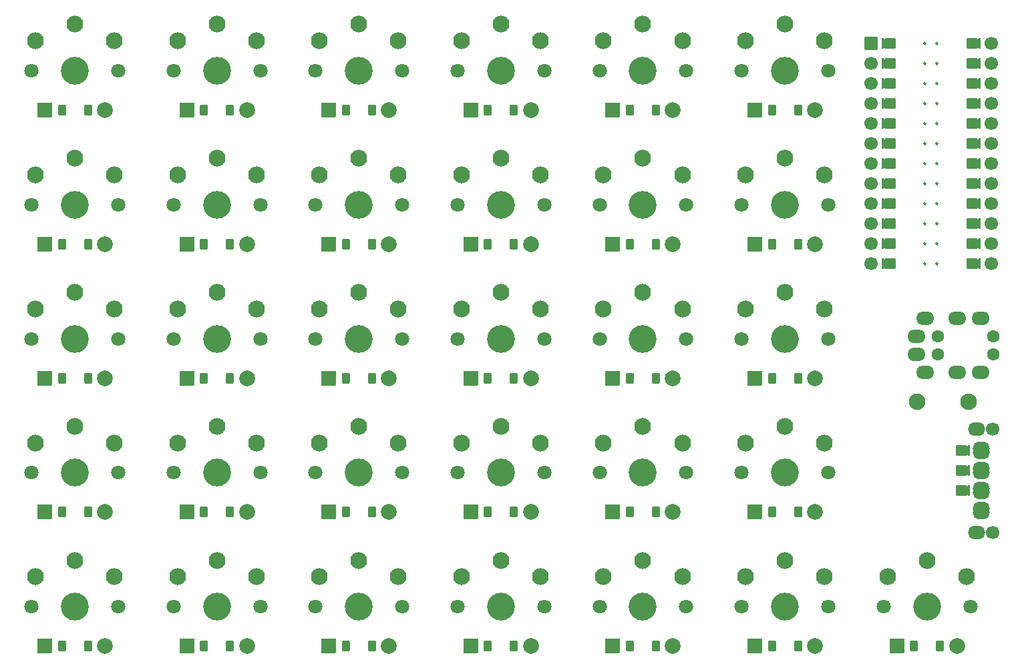
<source format=gbr>
%TF.GenerationSoftware,KiCad,Pcbnew,6.0.11-2627ca5db0~126~ubuntu22.04.1*%
%TF.CreationDate,2023-06-28T22:42:21-07:00*%
%TF.ProjectId,swirl,73776972-6c2e-46b6-9963-61645f706362,v1.0.0*%
%TF.SameCoordinates,Original*%
%TF.FileFunction,Soldermask,Top*%
%TF.FilePolarity,Negative*%
%FSLAX46Y46*%
G04 Gerber Fmt 4.6, Leading zero omitted, Abs format (unit mm)*
G04 Created by KiCad (PCBNEW 6.0.11-2627ca5db0~126~ubuntu22.04.1) date 2023-06-28 22:42:21*
%MOMM*%
%LPD*%
G01*
G04 APERTURE LIST*
G04 Aperture macros list*
%AMRoundRect*
0 Rectangle with rounded corners*
0 $1 Rounding radius*
0 $2 $3 $4 $5 $6 $7 $8 $9 X,Y pos of 4 corners*
0 Add a 4 corners polygon primitive as box body*
4,1,4,$2,$3,$4,$5,$6,$7,$8,$9,$2,$3,0*
0 Add four circle primitives for the rounded corners*
1,1,$1+$1,$2,$3*
1,1,$1+$1,$4,$5*
1,1,$1+$1,$6,$7*
1,1,$1+$1,$8,$9*
0 Add four rect primitives between the rounded corners*
20,1,$1+$1,$2,$3,$4,$5,0*
20,1,$1+$1,$4,$5,$6,$7,0*
20,1,$1+$1,$6,$7,$8,$9,0*
20,1,$1+$1,$8,$9,$2,$3,0*%
%AMFreePoly0*
4,1,14,0.635355,0.435355,0.650000,0.400000,0.650000,0.200000,0.635355,0.164645,0.035355,-0.435355,0.000000,-0.450000,-0.035355,-0.435355,-0.635355,0.164645,-0.650000,0.200000,-0.650000,0.400000,-0.635355,0.435355,-0.600000,0.450000,0.600000,0.450000,0.635355,0.435355,0.635355,0.435355,$1*%
%AMFreePoly1*
4,1,16,0.635355,1.035355,0.650000,1.000000,0.650000,-0.250000,0.635355,-0.285355,0.600000,-0.300000,-0.600000,-0.300000,-0.635355,-0.285355,-0.650000,-0.250000,-0.650000,1.000000,-0.635355,1.035355,-0.600000,1.050000,-0.564645,1.035355,0.000000,0.470710,0.564645,1.035355,0.600000,1.050000,0.635355,1.035355,0.635355,1.035355,$1*%
G04 Aperture macros list end*
%ADD10C,0.100000*%
%ADD11C,0.250000*%
%ADD12C,2.100000*%
%ADD13C,1.801800*%
%ADD14C,3.529000*%
%ADD15C,2.132000*%
%ADD16RoundRect,0.050000X-0.889000X-0.889000X0.889000X-0.889000X0.889000X0.889000X-0.889000X0.889000X0*%
%ADD17RoundRect,0.050000X-0.450000X-0.600000X0.450000X-0.600000X0.450000X0.600000X-0.450000X0.600000X0*%
%ADD18C,2.005000*%
%ADD19FreePoly0,270.000000*%
%ADD20O,2.200000X1.700000*%
%ADD21FreePoly1,270.000000*%
%ADD22C,1.700000*%
%ADD23C,1.600000*%
%ADD24O,2.300000X1.700000*%
%ADD25FreePoly0,90.000000*%
%ADD26RoundRect,0.050000X-0.800000X0.800000X-0.800000X-0.800000X0.800000X-0.800000X0.800000X0.800000X0*%
%ADD27FreePoly1,90.000000*%
G04 APERTURE END LIST*
%TO.C,EN1*%
G36*
X113254000Y14222000D02*
G01*
X112238000Y14222000D01*
X112238000Y15238000D01*
X113254000Y15238000D01*
X113254000Y14222000D01*
G37*
D10*
X113254000Y14222000D02*
X112238000Y14222000D01*
X112238000Y15238000D01*
X113254000Y15238000D01*
X113254000Y14222000D01*
G36*
X113254000Y16762000D02*
G01*
X112238000Y16762000D01*
X112238000Y17778000D01*
X113254000Y17778000D01*
X113254000Y16762000D01*
G37*
X113254000Y16762000D02*
X112238000Y16762000D01*
X112238000Y17778000D01*
X113254000Y17778000D01*
X113254000Y16762000D01*
G36*
X113254000Y19302000D02*
G01*
X112238000Y19302000D01*
X112238000Y20318000D01*
X113254000Y20318000D01*
X113254000Y19302000D01*
G37*
X113254000Y19302000D02*
X112238000Y19302000D01*
X112238000Y20318000D01*
X113254000Y20318000D01*
X113254000Y19302000D01*
D11*
%TO.C,MCU1*%
X107863000Y66390000D02*
G75*
G03*
X107863000Y66390000I-125000J0D01*
G01*
X109387000Y46070000D02*
G75*
G03*
X109387000Y46070000I-125000J0D01*
G01*
X109387000Y58770000D02*
G75*
G03*
X109387000Y58770000I-125000J0D01*
G01*
X109387000Y48610000D02*
G75*
G03*
X109387000Y48610000I-125000J0D01*
G01*
X107863000Y58770000D02*
G75*
G03*
X107863000Y58770000I-125000J0D01*
G01*
X107863000Y68930000D02*
G75*
G03*
X107863000Y68930000I-125000J0D01*
G01*
X107863000Y56230000D02*
G75*
G03*
X107863000Y56230000I-125000J0D01*
G01*
X107863000Y51150000D02*
G75*
G03*
X107863000Y51150000I-125000J0D01*
G01*
X107863000Y48610000D02*
G75*
G03*
X107863000Y48610000I-125000J0D01*
G01*
X109387000Y56230000D02*
G75*
G03*
X109387000Y56230000I-125000J0D01*
G01*
X109387000Y68930000D02*
G75*
G03*
X109387000Y68930000I-125000J0D01*
G01*
X109387000Y61310000D02*
G75*
G03*
X109387000Y61310000I-125000J0D01*
G01*
X109387000Y71470000D02*
G75*
G03*
X109387000Y71470000I-125000J0D01*
G01*
X109387000Y66390000D02*
G75*
G03*
X109387000Y66390000I-125000J0D01*
G01*
X109387000Y51150000D02*
G75*
G03*
X109387000Y51150000I-125000J0D01*
G01*
X107863000Y43530000D02*
G75*
G03*
X107863000Y43530000I-125000J0D01*
G01*
X107863000Y46070000D02*
G75*
G03*
X107863000Y46070000I-125000J0D01*
G01*
X107863000Y53690000D02*
G75*
G03*
X107863000Y53690000I-125000J0D01*
G01*
X109387000Y63850000D02*
G75*
G03*
X109387000Y63850000I-125000J0D01*
G01*
X107863000Y71470000D02*
G75*
G03*
X107863000Y71470000I-125000J0D01*
G01*
X107863000Y63850000D02*
G75*
G03*
X107863000Y63850000I-125000J0D01*
G01*
X109387000Y53690000D02*
G75*
G03*
X109387000Y53690000I-125000J0D01*
G01*
X107863000Y61310000D02*
G75*
G03*
X107863000Y61310000I-125000J0D01*
G01*
X109387000Y43530000D02*
G75*
G03*
X109387000Y43530000I-125000J0D01*
G01*
G36*
X114596000Y70962000D02*
G01*
X113580000Y70962000D01*
X113580000Y71978000D01*
X114596000Y71978000D01*
X114596000Y70962000D01*
G37*
D10*
X114596000Y70962000D02*
X113580000Y70962000D01*
X113580000Y71978000D01*
X114596000Y71978000D01*
X114596000Y70962000D01*
G36*
X103420000Y63342000D02*
G01*
X102404000Y63342000D01*
X102404000Y64358000D01*
X103420000Y64358000D01*
X103420000Y63342000D01*
G37*
X103420000Y63342000D02*
X102404000Y63342000D01*
X102404000Y64358000D01*
X103420000Y64358000D01*
X103420000Y63342000D01*
G36*
X114596000Y50642000D02*
G01*
X113580000Y50642000D01*
X113580000Y51658000D01*
X114596000Y51658000D01*
X114596000Y50642000D01*
G37*
X114596000Y50642000D02*
X113580000Y50642000D01*
X113580000Y51658000D01*
X114596000Y51658000D01*
X114596000Y50642000D01*
G36*
X114596000Y68422000D02*
G01*
X113580000Y68422000D01*
X113580000Y69438000D01*
X114596000Y69438000D01*
X114596000Y68422000D01*
G37*
X114596000Y68422000D02*
X113580000Y68422000D01*
X113580000Y69438000D01*
X114596000Y69438000D01*
X114596000Y68422000D01*
G36*
X114596000Y48102000D02*
G01*
X113580000Y48102000D01*
X113580000Y49118000D01*
X114596000Y49118000D01*
X114596000Y48102000D01*
G37*
X114596000Y48102000D02*
X113580000Y48102000D01*
X113580000Y49118000D01*
X114596000Y49118000D01*
X114596000Y48102000D01*
G36*
X114596000Y45562000D02*
G01*
X113580000Y45562000D01*
X113580000Y46578000D01*
X114596000Y46578000D01*
X114596000Y45562000D01*
G37*
X114596000Y45562000D02*
X113580000Y45562000D01*
X113580000Y46578000D01*
X114596000Y46578000D01*
X114596000Y45562000D01*
G36*
X103420000Y43022000D02*
G01*
X102404000Y43022000D01*
X102404000Y44038000D01*
X103420000Y44038000D01*
X103420000Y43022000D01*
G37*
X103420000Y43022000D02*
X102404000Y43022000D01*
X102404000Y44038000D01*
X103420000Y44038000D01*
X103420000Y43022000D01*
G36*
X103420000Y60802000D02*
G01*
X102404000Y60802000D01*
X102404000Y61818000D01*
X103420000Y61818000D01*
X103420000Y60802000D01*
G37*
X103420000Y60802000D02*
X102404000Y60802000D01*
X102404000Y61818000D01*
X103420000Y61818000D01*
X103420000Y60802000D01*
G36*
X103420000Y45562000D02*
G01*
X102404000Y45562000D01*
X102404000Y46578000D01*
X103420000Y46578000D01*
X103420000Y45562000D01*
G37*
X103420000Y45562000D02*
X102404000Y45562000D01*
X102404000Y46578000D01*
X103420000Y46578000D01*
X103420000Y45562000D01*
G36*
X103420000Y70962000D02*
G01*
X102404000Y70962000D01*
X102404000Y71978000D01*
X103420000Y71978000D01*
X103420000Y70962000D01*
G37*
X103420000Y70962000D02*
X102404000Y70962000D01*
X102404000Y71978000D01*
X103420000Y71978000D01*
X103420000Y70962000D01*
G36*
X114596000Y55722000D02*
G01*
X113580000Y55722000D01*
X113580000Y56738000D01*
X114596000Y56738000D01*
X114596000Y55722000D01*
G37*
X114596000Y55722000D02*
X113580000Y55722000D01*
X113580000Y56738000D01*
X114596000Y56738000D01*
X114596000Y55722000D01*
G36*
X103420000Y48102000D02*
G01*
X102404000Y48102000D01*
X102404000Y49118000D01*
X103420000Y49118000D01*
X103420000Y48102000D01*
G37*
X103420000Y48102000D02*
X102404000Y48102000D01*
X102404000Y49118000D01*
X103420000Y49118000D01*
X103420000Y48102000D01*
G36*
X103420000Y55722000D02*
G01*
X102404000Y55722000D01*
X102404000Y56738000D01*
X103420000Y56738000D01*
X103420000Y55722000D01*
G37*
X103420000Y55722000D02*
X102404000Y55722000D01*
X102404000Y56738000D01*
X103420000Y56738000D01*
X103420000Y55722000D01*
G36*
X114596000Y53182000D02*
G01*
X113580000Y53182000D01*
X113580000Y54198000D01*
X114596000Y54198000D01*
X114596000Y53182000D01*
G37*
X114596000Y53182000D02*
X113580000Y53182000D01*
X113580000Y54198000D01*
X114596000Y54198000D01*
X114596000Y53182000D01*
G36*
X103420000Y50642000D02*
G01*
X102404000Y50642000D01*
X102404000Y51658000D01*
X103420000Y51658000D01*
X103420000Y50642000D01*
G37*
X103420000Y50642000D02*
X102404000Y50642000D01*
X102404000Y51658000D01*
X103420000Y51658000D01*
X103420000Y50642000D01*
G36*
X103420000Y68422000D02*
G01*
X102404000Y68422000D01*
X102404000Y69438000D01*
X103420000Y69438000D01*
X103420000Y68422000D01*
G37*
X103420000Y68422000D02*
X102404000Y68422000D01*
X102404000Y69438000D01*
X103420000Y69438000D01*
X103420000Y68422000D01*
G36*
X114596000Y65882000D02*
G01*
X113580000Y65882000D01*
X113580000Y66898000D01*
X114596000Y66898000D01*
X114596000Y65882000D01*
G37*
X114596000Y65882000D02*
X113580000Y65882000D01*
X113580000Y66898000D01*
X114596000Y66898000D01*
X114596000Y65882000D01*
G36*
X103420000Y53182000D02*
G01*
X102404000Y53182000D01*
X102404000Y54198000D01*
X103420000Y54198000D01*
X103420000Y53182000D01*
G37*
X103420000Y53182000D02*
X102404000Y53182000D01*
X102404000Y54198000D01*
X103420000Y54198000D01*
X103420000Y53182000D01*
G36*
X114596000Y43022000D02*
G01*
X113580000Y43022000D01*
X113580000Y44038000D01*
X114596000Y44038000D01*
X114596000Y43022000D01*
G37*
X114596000Y43022000D02*
X113580000Y43022000D01*
X113580000Y44038000D01*
X114596000Y44038000D01*
X114596000Y43022000D01*
G36*
X103420000Y58262000D02*
G01*
X102404000Y58262000D01*
X102404000Y59278000D01*
X103420000Y59278000D01*
X103420000Y58262000D01*
G37*
X103420000Y58262000D02*
X102404000Y58262000D01*
X102404000Y59278000D01*
X103420000Y59278000D01*
X103420000Y58262000D01*
G36*
X114596000Y58262000D02*
G01*
X113580000Y58262000D01*
X113580000Y59278000D01*
X114596000Y59278000D01*
X114596000Y58262000D01*
G37*
X114596000Y58262000D02*
X113580000Y58262000D01*
X113580000Y59278000D01*
X114596000Y59278000D01*
X114596000Y58262000D01*
G36*
X114596000Y63342000D02*
G01*
X113580000Y63342000D01*
X113580000Y64358000D01*
X114596000Y64358000D01*
X114596000Y63342000D01*
G37*
X114596000Y63342000D02*
X113580000Y63342000D01*
X113580000Y64358000D01*
X114596000Y64358000D01*
X114596000Y63342000D01*
G36*
X114596000Y60802000D02*
G01*
X113580000Y60802000D01*
X113580000Y61818000D01*
X114596000Y61818000D01*
X114596000Y60802000D01*
G37*
X114596000Y60802000D02*
X113580000Y60802000D01*
X113580000Y61818000D01*
X114596000Y61818000D01*
X114596000Y60802000D01*
G36*
X103420000Y65882000D02*
G01*
X102404000Y65882000D01*
X102404000Y66898000D01*
X103420000Y66898000D01*
X103420000Y65882000D01*
G37*
X103420000Y65882000D02*
X102404000Y65882000D01*
X102404000Y66898000D01*
X103420000Y66898000D01*
X103420000Y65882000D01*
%TD*%
D12*
%TO.C,B1*%
X106750000Y26000000D03*
X113250000Y26000000D03*
%TD*%
D13*
%TO.C,S25*%
X77500000Y68000000D03*
X66500000Y68000000D03*
D14*
X72000000Y68000000D03*
D15*
X67000000Y71800000D03*
X77000000Y71800000D03*
X72000000Y73900000D03*
X72000000Y73900000D03*
%TD*%
D16*
%TO.C,D9*%
X14190000Y46000000D03*
D17*
X16350000Y46000000D03*
X19650000Y46000000D03*
D18*
X21810000Y46000000D03*
%TD*%
D13*
%TO.C,S8*%
X23500000Y34000000D03*
X12500000Y34000000D03*
D14*
X18000000Y34000000D03*
D15*
X23000000Y37800000D03*
X13000000Y37800000D03*
X18000000Y39900000D03*
X18000000Y39900000D03*
%TD*%
D17*
%TO.C,D8*%
X16350000Y29000000D03*
D16*
X14190000Y29000000D03*
D17*
X19650000Y29000000D03*
D18*
X21810000Y29000000D03*
%TD*%
D17*
%TO.C,D1*%
X-1650000Y-5000000D03*
D16*
X-3810000Y-5000000D03*
D17*
X1650000Y-5000000D03*
D18*
X3810000Y-5000000D03*
%TD*%
D17*
%TO.C,D18*%
X52350000Y29000000D03*
D16*
X50190000Y29000000D03*
D17*
X55650000Y29000000D03*
D18*
X57810000Y29000000D03*
%TD*%
D17*
%TO.C,D16*%
X52350000Y-5000000D03*
D16*
X50190000Y-5000000D03*
D18*
X57810000Y-5000000D03*
D17*
X55650000Y-5000000D03*
%TD*%
D13*
%TO.C,S30*%
X95500000Y68000000D03*
D14*
X90000000Y68000000D03*
D13*
X84500000Y68000000D03*
D15*
X85000000Y71800000D03*
X95000000Y71800000D03*
X90000000Y73900000D03*
X90000000Y73900000D03*
%TD*%
D19*
%TO.C,EN1*%
X113000000Y19810000D03*
D20*
X114875000Y14992000D03*
X114875000Y17532000D03*
X114875000Y20072000D03*
X114875000Y14468000D03*
X114875000Y19548000D03*
D19*
X113000000Y14730000D03*
D20*
X114875000Y11928000D03*
D19*
X113000000Y17270000D03*
D20*
X114875000Y12452000D03*
X114875000Y17008000D03*
D21*
X111984000Y19810000D03*
X111984000Y17270000D03*
X111984000Y14730000D03*
D22*
X116350000Y9452000D03*
X116350000Y22548000D03*
D20*
X114250000Y9452000D03*
X114250000Y22548000D03*
%TD*%
D16*
%TO.C,D4*%
X-3810000Y46000000D03*
D17*
X-1650000Y46000000D03*
X1650000Y46000000D03*
D18*
X3810000Y46000000D03*
%TD*%
D23*
%TO.C,TRRS1*%
X116400000Y32000000D03*
X109400000Y32000000D03*
X116400000Y34300000D03*
X109400000Y34300000D03*
D24*
X106700000Y32000000D03*
X106700000Y34300000D03*
X107800000Y29700000D03*
X107800000Y36600000D03*
X111800000Y36600000D03*
X111800000Y29700000D03*
X114800000Y36600000D03*
X114800000Y29700000D03*
%TD*%
D13*
%TO.C,S21*%
X66500000Y0D03*
X77500000Y0D03*
D14*
X72000000Y0D03*
D15*
X67000000Y3800000D03*
X77000000Y3800000D03*
X72000000Y5900000D03*
X72000000Y5900000D03*
%TD*%
D17*
%TO.C,D31*%
X106350000Y-5000000D03*
D16*
X104190000Y-5000000D03*
D18*
X111810000Y-5000000D03*
D17*
X109650000Y-5000000D03*
%TD*%
D14*
%TO.C,S22*%
X72000000Y17000000D03*
D13*
X77500000Y17000000D03*
X66500000Y17000000D03*
D15*
X77000000Y20800000D03*
X67000000Y20800000D03*
X72000000Y22900000D03*
X72000000Y22900000D03*
%TD*%
D17*
%TO.C,D6*%
X16350000Y-5000000D03*
D16*
X14190000Y-5000000D03*
D18*
X21810000Y-5000000D03*
D17*
X19650000Y-5000000D03*
%TD*%
D13*
%TO.C,S3*%
X-5500000Y34000000D03*
D14*
X0Y34000000D03*
D13*
X5500000Y34000000D03*
D15*
X-5000000Y37800000D03*
X5000000Y37800000D03*
X0Y39900000D03*
X0Y39900000D03*
%TD*%
D16*
%TO.C,D29*%
X86190000Y46000000D03*
D17*
X88350000Y46000000D03*
X91650000Y46000000D03*
D18*
X93810000Y46000000D03*
%TD*%
D17*
%TO.C,D23*%
X70350000Y29000000D03*
D16*
X68190000Y29000000D03*
D17*
X73650000Y29000000D03*
D18*
X75810000Y29000000D03*
%TD*%
D17*
%TO.C,D3*%
X-1650000Y29000000D03*
D16*
X-3810000Y29000000D03*
D17*
X1650000Y29000000D03*
D18*
X3810000Y29000000D03*
%TD*%
D13*
%TO.C,S31*%
X102500000Y0D03*
D14*
X108000000Y0D03*
D13*
X113500000Y0D03*
D15*
X113000000Y3800000D03*
X103000000Y3800000D03*
X108000000Y5900000D03*
X108000000Y5900000D03*
%TD*%
D17*
%TO.C,D15*%
X34350000Y63000000D03*
D16*
X32190000Y63000000D03*
D18*
X39810000Y63000000D03*
D17*
X37650000Y63000000D03*
%TD*%
D13*
%TO.C,S6*%
X23500000Y0D03*
X12500000Y0D03*
D14*
X18000000Y0D03*
D15*
X13000000Y3800000D03*
X23000000Y3800000D03*
X18000000Y5900000D03*
X18000000Y5900000D03*
%TD*%
D14*
%TO.C,S14*%
X36000000Y51000000D03*
D13*
X30500000Y51000000D03*
X41500000Y51000000D03*
D15*
X41000000Y54800000D03*
X31000000Y54800000D03*
X36000000Y56900000D03*
X36000000Y56900000D03*
%TD*%
D14*
%TO.C,S4*%
X0Y51000000D03*
D13*
X-5500000Y51000000D03*
X5500000Y51000000D03*
D15*
X5000000Y54800000D03*
X-5000000Y54800000D03*
X0Y56900000D03*
X0Y56900000D03*
%TD*%
D17*
%TO.C,D27*%
X88350000Y12000000D03*
D16*
X86190000Y12000000D03*
D18*
X93810000Y12000000D03*
D17*
X91650000Y12000000D03*
%TD*%
D13*
%TO.C,S24*%
X66500000Y51000000D03*
D14*
X72000000Y51000000D03*
D13*
X77500000Y51000000D03*
D15*
X77000000Y54800000D03*
X67000000Y54800000D03*
X72000000Y56900000D03*
X72000000Y56900000D03*
%TD*%
D17*
%TO.C,D24*%
X70350000Y46000000D03*
D16*
X68190000Y46000000D03*
D17*
X73650000Y46000000D03*
D18*
X75810000Y46000000D03*
%TD*%
D17*
%TO.C,D13*%
X34350000Y29000000D03*
D16*
X32190000Y29000000D03*
D17*
X37650000Y29000000D03*
D18*
X39810000Y29000000D03*
%TD*%
D14*
%TO.C,S9*%
X18000000Y51000000D03*
D13*
X23500000Y51000000D03*
X12500000Y51000000D03*
D15*
X13000000Y54800000D03*
X23000000Y54800000D03*
X18000000Y56900000D03*
X18000000Y56900000D03*
%TD*%
D13*
%TO.C,S1*%
X-5500000Y0D03*
X5500000Y0D03*
D14*
X0Y0D03*
D15*
X5000000Y3800000D03*
X-5000000Y3800000D03*
X0Y5900000D03*
X0Y5900000D03*
%TD*%
D16*
%TO.C,D2*%
X-3810000Y12000000D03*
D17*
X-1650000Y12000000D03*
D18*
X3810000Y12000000D03*
D17*
X1650000Y12000000D03*
%TD*%
D14*
%TO.C,S5*%
X0Y68000000D03*
D13*
X5500000Y68000000D03*
X-5500000Y68000000D03*
D15*
X5000000Y71800000D03*
X-5000000Y71800000D03*
X0Y73900000D03*
X0Y73900000D03*
%TD*%
D16*
%TO.C,D11*%
X32190000Y-5000000D03*
D17*
X34350000Y-5000000D03*
D18*
X39810000Y-5000000D03*
D17*
X37650000Y-5000000D03*
%TD*%
D16*
%TO.C,D30*%
X86190000Y63000000D03*
D17*
X88350000Y63000000D03*
D18*
X93810000Y63000000D03*
D17*
X91650000Y63000000D03*
%TD*%
D13*
%TO.C,S20*%
X59500000Y68000000D03*
D14*
X54000000Y68000000D03*
D13*
X48500000Y68000000D03*
D15*
X49000000Y71800000D03*
X59000000Y71800000D03*
X54000000Y73900000D03*
X54000000Y73900000D03*
%TD*%
D14*
%TO.C,S19*%
X54000000Y51000000D03*
D13*
X48500000Y51000000D03*
X59500000Y51000000D03*
D15*
X49000000Y54800000D03*
X59000000Y54800000D03*
X54000000Y56900000D03*
X54000000Y56900000D03*
%TD*%
D14*
%TO.C,S23*%
X72000000Y34000000D03*
D13*
X66500000Y34000000D03*
X77500000Y34000000D03*
D15*
X77000000Y37800000D03*
X67000000Y37800000D03*
X72000000Y39900000D03*
X72000000Y39900000D03*
%TD*%
D17*
%TO.C,D25*%
X70350000Y63000000D03*
D16*
X68190000Y63000000D03*
D17*
X73650000Y63000000D03*
D18*
X75810000Y63000000D03*
%TD*%
D17*
%TO.C,D28*%
X88350000Y29000000D03*
D16*
X86190000Y29000000D03*
D18*
X93810000Y29000000D03*
D17*
X91650000Y29000000D03*
%TD*%
D13*
%TO.C,S26*%
X84500000Y0D03*
X95500000Y0D03*
D14*
X90000000Y0D03*
D15*
X95000000Y3800000D03*
X85000000Y3800000D03*
X90000000Y5900000D03*
X90000000Y5900000D03*
%TD*%
D14*
%TO.C,S18*%
X54000000Y34000000D03*
D13*
X48500000Y34000000D03*
X59500000Y34000000D03*
D15*
X49000000Y37800000D03*
X59000000Y37800000D03*
X54000000Y39900000D03*
X54000000Y39900000D03*
%TD*%
D14*
%TO.C,S28*%
X90000000Y34000000D03*
D13*
X84500000Y34000000D03*
X95500000Y34000000D03*
D15*
X95000000Y37800000D03*
X85000000Y37800000D03*
X90000000Y39900000D03*
X90000000Y39900000D03*
%TD*%
D13*
%TO.C,S10*%
X23500000Y68000000D03*
D14*
X18000000Y68000000D03*
D13*
X12500000Y68000000D03*
D15*
X23000000Y71800000D03*
X13000000Y71800000D03*
X18000000Y73900000D03*
X18000000Y73900000D03*
%TD*%
D17*
%TO.C,D20*%
X52350000Y63000000D03*
D16*
X50190000Y63000000D03*
D17*
X55650000Y63000000D03*
D18*
X57810000Y63000000D03*
%TD*%
D13*
%TO.C,S27*%
X95500000Y17000000D03*
X84500000Y17000000D03*
D14*
X90000000Y17000000D03*
D15*
X85000000Y20800000D03*
X95000000Y20800000D03*
X90000000Y22900000D03*
X90000000Y22900000D03*
%TD*%
D17*
%TO.C,D12*%
X34350000Y12000000D03*
D16*
X32190000Y12000000D03*
D17*
X37650000Y12000000D03*
D18*
X39810000Y12000000D03*
%TD*%
D16*
%TO.C,D14*%
X32190000Y46000000D03*
D17*
X34350000Y46000000D03*
X37650000Y46000000D03*
D18*
X39810000Y46000000D03*
%TD*%
D17*
%TO.C,D5*%
X-1650000Y63000000D03*
D16*
X-3810000Y63000000D03*
D17*
X1650000Y63000000D03*
D18*
X3810000Y63000000D03*
%TD*%
D13*
%TO.C,S7*%
X23500000Y17000000D03*
X12500000Y17000000D03*
D14*
X18000000Y17000000D03*
D15*
X23000000Y20800000D03*
X13000000Y20800000D03*
X18000000Y22900000D03*
X18000000Y22900000D03*
%TD*%
D17*
%TO.C,D22*%
X70350000Y12000000D03*
D16*
X68190000Y12000000D03*
D17*
X73650000Y12000000D03*
D18*
X75810000Y12000000D03*
%TD*%
D17*
%TO.C,D7*%
X16350000Y12000000D03*
D16*
X14190000Y12000000D03*
D18*
X21810000Y12000000D03*
D17*
X19650000Y12000000D03*
%TD*%
%TO.C,D26*%
X88350000Y-5000000D03*
D16*
X86190000Y-5000000D03*
D18*
X93810000Y-5000000D03*
D17*
X91650000Y-5000000D03*
%TD*%
D16*
%TO.C,D17*%
X50190000Y12000000D03*
D17*
X52350000Y12000000D03*
D18*
X57810000Y12000000D03*
D17*
X55650000Y12000000D03*
%TD*%
%TO.C,D10*%
X16350000Y63000000D03*
D16*
X14190000Y63000000D03*
D17*
X19650000Y63000000D03*
D18*
X21810000Y63000000D03*
%TD*%
D22*
%TO.C,MCU1*%
X100880000Y53690000D03*
D19*
X114342000Y43530000D03*
D25*
X102658000Y71470000D03*
D22*
X100880000Y66390000D03*
D25*
X102658000Y53690000D03*
D22*
X116120000Y43530000D03*
X116120000Y46070000D03*
X116120000Y56230000D03*
X116120000Y58770000D03*
X116120000Y63850000D03*
X100880000Y63850000D03*
D25*
X102658000Y56230000D03*
D22*
X116120000Y51150000D03*
X100880000Y61310000D03*
X116120000Y53690000D03*
D25*
X102658000Y43530000D03*
D22*
X100880000Y71470000D03*
X100880000Y43530000D03*
X116120000Y61310000D03*
X100880000Y48610000D03*
D19*
X114342000Y48610000D03*
D25*
X102658000Y51150000D03*
X102658000Y68930000D03*
D19*
X114342000Y63850000D03*
X114342000Y46070000D03*
X114342000Y61310000D03*
D25*
X102658000Y58770000D03*
X102658000Y66390000D03*
D22*
X100880000Y56230000D03*
X116120000Y68930000D03*
D25*
X102658000Y61310000D03*
X102658000Y48610000D03*
D26*
X100880000Y71470000D03*
D19*
X114342000Y51150000D03*
D25*
X102658000Y46070000D03*
D22*
X116120000Y66390000D03*
X116120000Y71470000D03*
X100880000Y58770000D03*
X116120000Y48610000D03*
D19*
X114342000Y66390000D03*
D25*
X102658000Y63850000D03*
D19*
X114342000Y68930000D03*
D22*
X100880000Y51150000D03*
D19*
X114342000Y58770000D03*
X114342000Y53690000D03*
D22*
X100880000Y68930000D03*
X100880000Y46070000D03*
D19*
X114342000Y71470000D03*
X114342000Y56230000D03*
D21*
X113326000Y71470000D03*
X113326000Y68930000D03*
X113326000Y66390000D03*
X113326000Y63850000D03*
X113326000Y61310000D03*
X113326000Y58770000D03*
X113326000Y56230000D03*
X113326000Y53690000D03*
X113326000Y51150000D03*
X113326000Y48610000D03*
X113326000Y46070000D03*
X113326000Y43530000D03*
D27*
X103674000Y43530000D03*
X103674000Y46070000D03*
X103674000Y48610000D03*
X103674000Y51150000D03*
X103674000Y53690000D03*
X103674000Y56230000D03*
X103674000Y58770000D03*
X103674000Y61310000D03*
X103674000Y63850000D03*
X103674000Y66390000D03*
X103674000Y68930000D03*
X103674000Y71470000D03*
%TD*%
D16*
%TO.C,D21*%
X68190000Y-5000000D03*
D17*
X70350000Y-5000000D03*
X73650000Y-5000000D03*
D18*
X75810000Y-5000000D03*
%TD*%
D13*
%TO.C,S12*%
X30500000Y17000000D03*
D14*
X36000000Y17000000D03*
D13*
X41500000Y17000000D03*
D15*
X41000000Y20800000D03*
X31000000Y20800000D03*
X36000000Y22900000D03*
X36000000Y22900000D03*
%TD*%
D13*
%TO.C,S29*%
X95500000Y51000000D03*
D14*
X90000000Y51000000D03*
D13*
X84500000Y51000000D03*
D15*
X95000000Y54800000D03*
X85000000Y54800000D03*
X90000000Y56900000D03*
X90000000Y56900000D03*
%TD*%
D13*
%TO.C,S13*%
X30500000Y34000000D03*
D14*
X36000000Y34000000D03*
D13*
X41500000Y34000000D03*
D15*
X31000000Y37800000D03*
X41000000Y37800000D03*
X36000000Y39900000D03*
X36000000Y39900000D03*
%TD*%
D13*
%TO.C,S11*%
X30500000Y0D03*
D14*
X36000000Y0D03*
D13*
X41500000Y0D03*
D15*
X41000000Y3800000D03*
X31000000Y3800000D03*
X36000000Y5900000D03*
X36000000Y5900000D03*
%TD*%
D14*
%TO.C,S2*%
X0Y17000000D03*
D13*
X5500000Y17000000D03*
X-5500000Y17000000D03*
D15*
X5000000Y20800000D03*
X-5000000Y20800000D03*
X0Y22900000D03*
X0Y22900000D03*
%TD*%
D13*
%TO.C,S15*%
X30500000Y68000000D03*
X41500000Y68000000D03*
D14*
X36000000Y68000000D03*
D15*
X31000000Y71800000D03*
X41000000Y71800000D03*
X36000000Y73900000D03*
X36000000Y73900000D03*
%TD*%
D17*
%TO.C,D19*%
X52350000Y46000000D03*
D16*
X50190000Y46000000D03*
D18*
X57810000Y46000000D03*
D17*
X55650000Y46000000D03*
%TD*%
D14*
%TO.C,S17*%
X54000000Y17000000D03*
D13*
X59500000Y17000000D03*
X48500000Y17000000D03*
D15*
X59000000Y20800000D03*
X49000000Y20800000D03*
X54000000Y22900000D03*
X54000000Y22900000D03*
%TD*%
D13*
%TO.C,S16*%
X48500000Y0D03*
D14*
X54000000Y0D03*
D13*
X59500000Y0D03*
D15*
X59000000Y3800000D03*
X49000000Y3800000D03*
X54000000Y5900000D03*
X54000000Y5900000D03*
%TD*%
M02*

</source>
